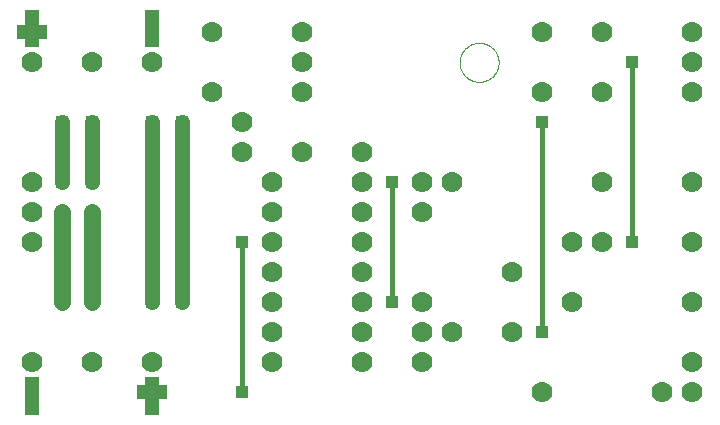
<source format=gtl>
G75*
%MOIN*%
%OFA0B0*%
%FSLAX25Y25*%
%IPPOS*%
%LPD*%
%AMOC8*
5,1,8,0,0,1.08239X$1,22.5*
%
%ADD10C,0.07000*%
%ADD11R,0.05000X0.10000*%
%ADD12R,0.10000X0.05000*%
%ADD13C,0.00000*%
%ADD14C,0.05000*%
%ADD15R,0.03962X0.03962*%
%ADD16C,0.01600*%
%ADD17C,0.05600*%
D10*
X0181256Y0052127D03*
X0201256Y0052127D03*
X0221256Y0052127D03*
X0261256Y0052127D03*
X0261256Y0062127D03*
X0261256Y0072127D03*
X0261256Y0082127D03*
X0261256Y0092127D03*
X0261256Y0102127D03*
X0261256Y0112127D03*
X0271256Y0122127D03*
X0291256Y0122127D03*
X0291256Y0112127D03*
X0291256Y0102127D03*
X0291256Y0092127D03*
X0291256Y0082127D03*
X0291256Y0072127D03*
X0291256Y0062127D03*
X0291256Y0052127D03*
X0311256Y0052127D03*
X0311256Y0062127D03*
X0321256Y0062127D03*
X0311256Y0072127D03*
X0341256Y0082127D03*
X0361256Y0092127D03*
X0371256Y0092127D03*
X0401256Y0092127D03*
X0401256Y0112127D03*
X0371256Y0112127D03*
X0321256Y0112127D03*
X0311256Y0112127D03*
X0311256Y0102127D03*
X0361256Y0072127D03*
X0341256Y0062127D03*
X0351256Y0042127D03*
X0391256Y0042127D03*
X0401256Y0042127D03*
X0401256Y0052127D03*
X0401256Y0072127D03*
X0401256Y0142127D03*
X0401256Y0152127D03*
X0401256Y0162127D03*
X0371256Y0162127D03*
X0351256Y0162127D03*
X0351256Y0142127D03*
X0371256Y0142127D03*
X0271256Y0142127D03*
X0271256Y0152127D03*
X0271256Y0162127D03*
X0241256Y0162127D03*
X0221256Y0152127D03*
X0201256Y0152127D03*
X0181256Y0152127D03*
X0241256Y0142127D03*
X0251256Y0132127D03*
X0251256Y0122127D03*
X0181256Y0112127D03*
X0181256Y0102127D03*
X0181256Y0092127D03*
D11*
X0181256Y0039627D03*
X0181256Y0042127D03*
X0221256Y0042127D03*
X0221256Y0039627D03*
X0221256Y0162127D03*
X0221256Y0164627D03*
X0181256Y0164627D03*
X0181256Y0162127D03*
D12*
X0181256Y0162127D03*
X0221256Y0042127D03*
D13*
X0323756Y0152127D02*
X0323758Y0152288D01*
X0323764Y0152448D01*
X0323774Y0152609D01*
X0323788Y0152769D01*
X0323806Y0152929D01*
X0323827Y0153088D01*
X0323853Y0153247D01*
X0323883Y0153405D01*
X0323916Y0153562D01*
X0323954Y0153719D01*
X0323995Y0153874D01*
X0324040Y0154028D01*
X0324089Y0154181D01*
X0324142Y0154333D01*
X0324198Y0154484D01*
X0324259Y0154633D01*
X0324322Y0154781D01*
X0324390Y0154927D01*
X0324461Y0155071D01*
X0324535Y0155213D01*
X0324613Y0155354D01*
X0324695Y0155492D01*
X0324780Y0155629D01*
X0324868Y0155763D01*
X0324960Y0155895D01*
X0325055Y0156025D01*
X0325153Y0156153D01*
X0325254Y0156278D01*
X0325358Y0156400D01*
X0325465Y0156520D01*
X0325575Y0156637D01*
X0325688Y0156752D01*
X0325804Y0156863D01*
X0325923Y0156972D01*
X0326044Y0157077D01*
X0326168Y0157180D01*
X0326294Y0157280D01*
X0326422Y0157376D01*
X0326553Y0157469D01*
X0326687Y0157559D01*
X0326822Y0157646D01*
X0326960Y0157729D01*
X0327099Y0157809D01*
X0327241Y0157885D01*
X0327384Y0157958D01*
X0327529Y0158027D01*
X0327676Y0158093D01*
X0327824Y0158155D01*
X0327974Y0158213D01*
X0328125Y0158268D01*
X0328278Y0158319D01*
X0328432Y0158366D01*
X0328587Y0158409D01*
X0328743Y0158448D01*
X0328899Y0158484D01*
X0329057Y0158515D01*
X0329215Y0158543D01*
X0329374Y0158567D01*
X0329534Y0158587D01*
X0329694Y0158603D01*
X0329854Y0158615D01*
X0330015Y0158623D01*
X0330176Y0158627D01*
X0330336Y0158627D01*
X0330497Y0158623D01*
X0330658Y0158615D01*
X0330818Y0158603D01*
X0330978Y0158587D01*
X0331138Y0158567D01*
X0331297Y0158543D01*
X0331455Y0158515D01*
X0331613Y0158484D01*
X0331769Y0158448D01*
X0331925Y0158409D01*
X0332080Y0158366D01*
X0332234Y0158319D01*
X0332387Y0158268D01*
X0332538Y0158213D01*
X0332688Y0158155D01*
X0332836Y0158093D01*
X0332983Y0158027D01*
X0333128Y0157958D01*
X0333271Y0157885D01*
X0333413Y0157809D01*
X0333552Y0157729D01*
X0333690Y0157646D01*
X0333825Y0157559D01*
X0333959Y0157469D01*
X0334090Y0157376D01*
X0334218Y0157280D01*
X0334344Y0157180D01*
X0334468Y0157077D01*
X0334589Y0156972D01*
X0334708Y0156863D01*
X0334824Y0156752D01*
X0334937Y0156637D01*
X0335047Y0156520D01*
X0335154Y0156400D01*
X0335258Y0156278D01*
X0335359Y0156153D01*
X0335457Y0156025D01*
X0335552Y0155895D01*
X0335644Y0155763D01*
X0335732Y0155629D01*
X0335817Y0155492D01*
X0335899Y0155354D01*
X0335977Y0155213D01*
X0336051Y0155071D01*
X0336122Y0154927D01*
X0336190Y0154781D01*
X0336253Y0154633D01*
X0336314Y0154484D01*
X0336370Y0154333D01*
X0336423Y0154181D01*
X0336472Y0154028D01*
X0336517Y0153874D01*
X0336558Y0153719D01*
X0336596Y0153562D01*
X0336629Y0153405D01*
X0336659Y0153247D01*
X0336685Y0153088D01*
X0336706Y0152929D01*
X0336724Y0152769D01*
X0336738Y0152609D01*
X0336748Y0152448D01*
X0336754Y0152288D01*
X0336756Y0152127D01*
X0336754Y0151966D01*
X0336748Y0151806D01*
X0336738Y0151645D01*
X0336724Y0151485D01*
X0336706Y0151325D01*
X0336685Y0151166D01*
X0336659Y0151007D01*
X0336629Y0150849D01*
X0336596Y0150692D01*
X0336558Y0150535D01*
X0336517Y0150380D01*
X0336472Y0150226D01*
X0336423Y0150073D01*
X0336370Y0149921D01*
X0336314Y0149770D01*
X0336253Y0149621D01*
X0336190Y0149473D01*
X0336122Y0149327D01*
X0336051Y0149183D01*
X0335977Y0149041D01*
X0335899Y0148900D01*
X0335817Y0148762D01*
X0335732Y0148625D01*
X0335644Y0148491D01*
X0335552Y0148359D01*
X0335457Y0148229D01*
X0335359Y0148101D01*
X0335258Y0147976D01*
X0335154Y0147854D01*
X0335047Y0147734D01*
X0334937Y0147617D01*
X0334824Y0147502D01*
X0334708Y0147391D01*
X0334589Y0147282D01*
X0334468Y0147177D01*
X0334344Y0147074D01*
X0334218Y0146974D01*
X0334090Y0146878D01*
X0333959Y0146785D01*
X0333825Y0146695D01*
X0333690Y0146608D01*
X0333552Y0146525D01*
X0333413Y0146445D01*
X0333271Y0146369D01*
X0333128Y0146296D01*
X0332983Y0146227D01*
X0332836Y0146161D01*
X0332688Y0146099D01*
X0332538Y0146041D01*
X0332387Y0145986D01*
X0332234Y0145935D01*
X0332080Y0145888D01*
X0331925Y0145845D01*
X0331769Y0145806D01*
X0331613Y0145770D01*
X0331455Y0145739D01*
X0331297Y0145711D01*
X0331138Y0145687D01*
X0330978Y0145667D01*
X0330818Y0145651D01*
X0330658Y0145639D01*
X0330497Y0145631D01*
X0330336Y0145627D01*
X0330176Y0145627D01*
X0330015Y0145631D01*
X0329854Y0145639D01*
X0329694Y0145651D01*
X0329534Y0145667D01*
X0329374Y0145687D01*
X0329215Y0145711D01*
X0329057Y0145739D01*
X0328899Y0145770D01*
X0328743Y0145806D01*
X0328587Y0145845D01*
X0328432Y0145888D01*
X0328278Y0145935D01*
X0328125Y0145986D01*
X0327974Y0146041D01*
X0327824Y0146099D01*
X0327676Y0146161D01*
X0327529Y0146227D01*
X0327384Y0146296D01*
X0327241Y0146369D01*
X0327099Y0146445D01*
X0326960Y0146525D01*
X0326822Y0146608D01*
X0326687Y0146695D01*
X0326553Y0146785D01*
X0326422Y0146878D01*
X0326294Y0146974D01*
X0326168Y0147074D01*
X0326044Y0147177D01*
X0325923Y0147282D01*
X0325804Y0147391D01*
X0325688Y0147502D01*
X0325575Y0147617D01*
X0325465Y0147734D01*
X0325358Y0147854D01*
X0325254Y0147976D01*
X0325153Y0148101D01*
X0325055Y0148229D01*
X0324960Y0148359D01*
X0324868Y0148491D01*
X0324780Y0148625D01*
X0324695Y0148762D01*
X0324613Y0148900D01*
X0324535Y0149041D01*
X0324461Y0149183D01*
X0324390Y0149327D01*
X0324322Y0149473D01*
X0324259Y0149621D01*
X0324198Y0149770D01*
X0324142Y0149921D01*
X0324089Y0150073D01*
X0324040Y0150226D01*
X0323995Y0150380D01*
X0323954Y0150535D01*
X0323916Y0150692D01*
X0323883Y0150849D01*
X0323853Y0151007D01*
X0323827Y0151166D01*
X0323806Y0151325D01*
X0323788Y0151485D01*
X0323774Y0151645D01*
X0323764Y0151806D01*
X0323758Y0151966D01*
X0323756Y0152127D01*
D14*
X0231256Y0132127D02*
X0231256Y0072127D01*
X0221256Y0072127D02*
X0221256Y0132127D01*
X0201256Y0132127D02*
X0201256Y0112127D01*
X0191256Y0112127D02*
X0191256Y0132127D01*
D15*
X0191256Y0132127D03*
X0201256Y0132127D03*
X0221256Y0132127D03*
X0231256Y0132127D03*
X0201256Y0112127D03*
X0191256Y0112127D03*
X0191256Y0102127D03*
X0201256Y0102127D03*
X0251256Y0092127D03*
X0231256Y0072127D03*
X0221256Y0072127D03*
X0201256Y0072127D03*
X0191256Y0072127D03*
X0251256Y0042127D03*
X0301256Y0072127D03*
X0351256Y0062127D03*
X0381256Y0092127D03*
X0351256Y0132127D03*
X0381256Y0152127D03*
X0301256Y0112127D03*
D16*
X0301256Y0072127D01*
X0351256Y0062127D02*
X0351256Y0132127D01*
X0381256Y0152127D02*
X0381256Y0092127D01*
X0251256Y0092127D02*
X0251256Y0042127D01*
D17*
X0201256Y0072127D02*
X0201256Y0102127D01*
X0191256Y0102127D02*
X0191256Y0072127D01*
M02*

</source>
